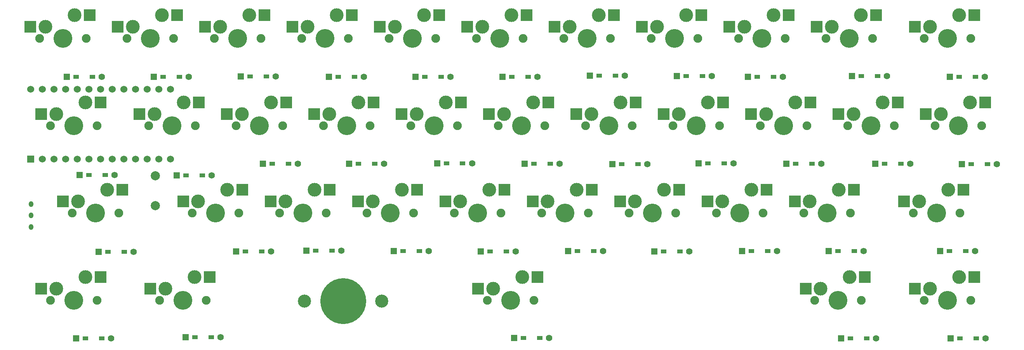
<source format=gbr>
%TF.GenerationSoftware,KiCad,Pcbnew,7.0.8*%
%TF.CreationDate,2024-10-24T11:53:26+09:00*%
%TF.ProjectId,cool337,636f6f6c-3333-4372-9e6b-696361645f70,rev?*%
%TF.SameCoordinates,Original*%
%TF.FileFunction,Soldermask,Bot*%
%TF.FilePolarity,Negative*%
%FSLAX46Y46*%
G04 Gerber Fmt 4.6, Leading zero omitted, Abs format (unit mm)*
G04 Created by KiCad (PCBNEW 7.0.8) date 2024-10-24 11:53:26*
%MOMM*%
%LPD*%
G01*
G04 APERTURE LIST*
%ADD10R,1.397000X1.397000*%
%ADD11R,1.300000X0.950000*%
%ADD12C,1.397000*%
%ADD13C,1.900000*%
%ADD14C,3.000000*%
%ADD15C,4.100000*%
%ADD16R,2.550000X2.500000*%
%ADD17C,2.850000*%
%ADD18C,10.000000*%
%ADD19C,2.000000*%
%ADD20O,1.000000X1.300000*%
%ADD21C,1.524000*%
%ADD22R,1.524000X1.524000*%
G04 APERTURE END LIST*
D10*
%TO.C,D6*%
X95910000Y-8330000D03*
D11*
X97945000Y-8330000D03*
X101495000Y-8330000D03*
D12*
X103530000Y-8330000D03*
%TD*%
D13*
%TO.C,SW35*%
X92551250Y-57150000D03*
D14*
X93821250Y-54610000D03*
D15*
X97631250Y-57150000D03*
D14*
X100171250Y-52070000D03*
D13*
X102711250Y-57150000D03*
D16*
X90546250Y-54610000D03*
X103473250Y-52070000D03*
%TD*%
D13*
%TO.C,SW22*%
X190182500Y-19050000D03*
D14*
X191452500Y-16510000D03*
D15*
X195262500Y-19050000D03*
D14*
X197802500Y-13970000D03*
D13*
X200342500Y-19050000D03*
D16*
X188177500Y-16510000D03*
X201104500Y-13970000D03*
%TD*%
D10*
%TO.C,D20*%
X157755000Y-27290000D03*
D11*
X159790000Y-27290000D03*
X163340000Y-27290000D03*
D12*
X165375000Y-27290000D03*
%TD*%
D13*
%TO.C,SW13*%
X18732500Y-19050000D03*
D14*
X20002500Y-16510000D03*
D15*
X23812500Y-19050000D03*
D14*
X26352500Y-13970000D03*
D13*
X28892500Y-19050000D03*
D16*
X16727500Y-16510000D03*
X29654500Y-13970000D03*
%TD*%
D13*
%TO.C,SW3*%
X33020000Y0D03*
D14*
X34290000Y2540000D03*
D15*
X38100000Y0D03*
D14*
X40640000Y5080000D03*
D13*
X43180000Y0D03*
D16*
X31015000Y2540000D03*
X43942000Y5080000D03*
%TD*%
D13*
%TO.C,SW1*%
X-5080000Y0D03*
D14*
X-3810000Y2540000D03*
D15*
X0Y0D03*
D14*
X2540000Y5080000D03*
D13*
X5080000Y0D03*
D16*
X-7085000Y2540000D03*
X5842000Y5080000D03*
%TD*%
D13*
%TO.C,SW19*%
X133032500Y-19050000D03*
D14*
X134302500Y-16510000D03*
D15*
X138112500Y-19050000D03*
D14*
X140652500Y-13970000D03*
D13*
X143192500Y-19050000D03*
D16*
X131027500Y-16510000D03*
X143954500Y-13970000D03*
%TD*%
D10*
%TO.C,D7*%
X114920000Y-8080000D03*
D11*
X116955000Y-8080000D03*
X120505000Y-8080000D03*
D12*
X122540000Y-8080000D03*
%TD*%
D10*
%TO.C,D31*%
X167010000Y-46320000D03*
D11*
X169045000Y-46320000D03*
X172595000Y-46320000D03*
D12*
X174630000Y-46320000D03*
%TD*%
D17*
%TO.C,BT1*%
X69580000Y-57260000D03*
X52680000Y-57260000D03*
D18*
X61130000Y-57260000D03*
%TD*%
D13*
%TO.C,SW10*%
X166370000Y0D03*
D14*
X167640000Y2540000D03*
D15*
X171450000Y0D03*
D14*
X173990000Y5080000D03*
D13*
X176530000Y0D03*
D16*
X164365000Y2540000D03*
X177292000Y5080000D03*
%TD*%
D13*
%TO.C,SW26*%
X66357500Y-38100000D03*
D14*
X67627500Y-35560000D03*
D15*
X71437500Y-38100000D03*
D14*
X73977500Y-33020000D03*
D13*
X76517500Y-38100000D03*
D16*
X64352500Y-35560000D03*
X77279500Y-33020000D03*
%TD*%
D13*
%TO.C,SW36*%
X163988750Y-57150000D03*
D14*
X165258750Y-54610000D03*
D15*
X169068750Y-57150000D03*
D14*
X171608750Y-52070000D03*
D13*
X174148750Y-57150000D03*
D16*
X161983750Y-54610000D03*
X174910750Y-52070000D03*
%TD*%
D10*
%TO.C,D8*%
X133930000Y-8200000D03*
D11*
X135965000Y-8200000D03*
X139515000Y-8200000D03*
D12*
X141550000Y-8200000D03*
%TD*%
D10*
%TO.C,D22*%
X196005000Y-27410000D03*
D11*
X198040000Y-27410000D03*
X201590000Y-27410000D03*
D12*
X203625000Y-27410000D03*
%TD*%
D10*
%TO.C,D34*%
X26825000Y-65170000D03*
D11*
X28860000Y-65170000D03*
X32410000Y-65170000D03*
D12*
X34445000Y-65170000D03*
%TD*%
D10*
%TO.C,D29*%
X129000000Y-46420000D03*
D11*
X131035000Y-46420000D03*
X134585000Y-46420000D03*
D12*
X136620000Y-46420000D03*
%TD*%
D13*
%TO.C,SW11*%
X187801250Y0D03*
D14*
X189071250Y2540000D03*
D15*
X192881250Y0D03*
D14*
X195421250Y5080000D03*
D13*
X197961250Y0D03*
D16*
X185796250Y2540000D03*
X198723250Y5080000D03*
%TD*%
D13*
%TO.C,SW29*%
X123507500Y-38100000D03*
D14*
X124777500Y-35560000D03*
D15*
X128587500Y-38100000D03*
D14*
X131127500Y-33020000D03*
D13*
X133667500Y-38100000D03*
D16*
X121502500Y-35560000D03*
X134429500Y-33020000D03*
%TD*%
D10*
%TO.C,D23*%
X7850000Y-46520000D03*
D11*
X9885000Y-46520000D03*
X13435000Y-46520000D03*
D12*
X15470000Y-46520000D03*
%TD*%
D13*
%TO.C,SW32*%
X185420000Y-38100000D03*
D14*
X186690000Y-35560000D03*
D15*
X190500000Y-38100000D03*
D14*
X193040000Y-33020000D03*
D13*
X195580000Y-38100000D03*
D16*
X183415000Y-35560000D03*
X196342000Y-33020000D03*
%TD*%
D19*
%TO.C,SW39*%
X20220000Y-29950000D03*
X20220000Y-36450000D03*
%TD*%
D13*
%TO.C,SW17*%
X94932500Y-19050000D03*
D14*
X96202500Y-16510000D03*
D15*
X100012500Y-19050000D03*
D14*
X102552500Y-13970000D03*
D13*
X105092500Y-19050000D03*
D16*
X92927500Y-16510000D03*
X105854500Y-13970000D03*
%TD*%
D10*
%TO.C,D24*%
X37810000Y-46460000D03*
D11*
X39845000Y-46460000D03*
X43395000Y-46460000D03*
D12*
X45430000Y-46460000D03*
%TD*%
D13*
%TO.C,SW15*%
X56832500Y-19050000D03*
D14*
X58102500Y-16510000D03*
D15*
X61912500Y-19050000D03*
D14*
X64452500Y-13970000D03*
D13*
X66992500Y-19050000D03*
D16*
X54827500Y-16510000D03*
X67754500Y-13970000D03*
%TD*%
D13*
%TO.C,SW31*%
X161607500Y-38100000D03*
D14*
X162877500Y-35560000D03*
D15*
X166687500Y-38100000D03*
D14*
X169227500Y-33020000D03*
D13*
X171767500Y-38100000D03*
D16*
X159602500Y-35560000D03*
X172529500Y-33020000D03*
%TD*%
D10*
%TO.C,D32*%
X191275000Y-46390000D03*
D11*
X193310000Y-46390000D03*
X196860000Y-46390000D03*
D12*
X198895000Y-46390000D03*
%TD*%
D13*
%TO.C,SW12*%
X-2698750Y-19050000D03*
D14*
X-1428750Y-16510000D03*
D15*
X2381250Y-19050000D03*
D14*
X4921250Y-13970000D03*
D13*
X7461250Y-19050000D03*
D16*
X-4703750Y-16510000D03*
X8223250Y-13970000D03*
%TD*%
D10*
%TO.C,D26*%
X72155000Y-46340000D03*
D11*
X74190000Y-46340000D03*
X77740000Y-46340000D03*
D12*
X79775000Y-46340000D03*
%TD*%
D10*
%TO.C,D15*%
X62425000Y-27330000D03*
D11*
X64460000Y-27330000D03*
X68010000Y-27330000D03*
D12*
X70045000Y-27330000D03*
%TD*%
D13*
%TO.C,SW9*%
X147320000Y0D03*
D14*
X148590000Y2540000D03*
D15*
X152400000Y0D03*
D14*
X154940000Y5080000D03*
D13*
X157480000Y0D03*
D16*
X145315000Y2540000D03*
X158242000Y5080000D03*
%TD*%
D10*
%TO.C,D2*%
X19845000Y-8330000D03*
D11*
X21880000Y-8330000D03*
X25430000Y-8330000D03*
D12*
X27465000Y-8330000D03*
%TD*%
D13*
%TO.C,SW8*%
X128270000Y0D03*
D14*
X129540000Y2540000D03*
D15*
X133350000Y0D03*
D14*
X135890000Y5080000D03*
D13*
X138430000Y0D03*
D16*
X126265000Y2540000D03*
X139192000Y5080000D03*
%TD*%
D13*
%TO.C,SW30*%
X142557500Y-38100000D03*
D14*
X143827500Y-35560000D03*
D15*
X147637500Y-38100000D03*
D14*
X150177500Y-33020000D03*
D13*
X152717500Y-38100000D03*
D16*
X140552500Y-35560000D03*
X153479500Y-33020000D03*
%TD*%
D10*
%TO.C,D12*%
X3660000Y-29750000D03*
D11*
X5695000Y-29750000D03*
X9245000Y-29750000D03*
D12*
X11280000Y-29750000D03*
%TD*%
D13*
%TO.C,SW25*%
X47307500Y-38100000D03*
D14*
X48577500Y-35560000D03*
D15*
X52387500Y-38100000D03*
D14*
X54927500Y-33020000D03*
D13*
X57467500Y-38100000D03*
D16*
X45302500Y-35560000D03*
X58229500Y-33020000D03*
%TD*%
D13*
%TO.C,SW34*%
X21113750Y-57150000D03*
D14*
X22383750Y-54610000D03*
D15*
X26193750Y-57150000D03*
D14*
X28733750Y-52070000D03*
D13*
X31273750Y-57150000D03*
D16*
X19108750Y-54610000D03*
X32035750Y-52070000D03*
%TD*%
D10*
%TO.C,D36*%
X169740000Y-65420000D03*
D11*
X171775000Y-65420000D03*
X175325000Y-65420000D03*
D12*
X177360000Y-65420000D03*
%TD*%
D20*
%TO.C,SW38*%
X-6910000Y-41100000D03*
X-6910000Y-38600000D03*
X-6910000Y-36100000D03*
%TD*%
D10*
%TO.C,D25*%
X53150000Y-46280000D03*
D11*
X55185000Y-46280000D03*
X58735000Y-46280000D03*
D12*
X60770000Y-46280000D03*
%TD*%
D13*
%TO.C,SW23*%
X2063750Y-38100000D03*
D14*
X3333750Y-35560000D03*
D15*
X7143750Y-38100000D03*
D14*
X9683750Y-33020000D03*
D13*
X12223750Y-38100000D03*
D16*
X58750Y-35560000D03*
X12985750Y-33020000D03*
%TD*%
D10*
%TO.C,D3*%
X38800000Y-8240000D03*
D11*
X40835000Y-8240000D03*
X44385000Y-8240000D03*
D12*
X46420000Y-8240000D03*
%TD*%
D10*
%TO.C,D10*%
X172110000Y-8140000D03*
D11*
X174145000Y-8140000D03*
X177695000Y-8140000D03*
D12*
X179730000Y-8140000D03*
%TD*%
D21*
%TO.C,U1*%
X-4420000Y-11088600D03*
X-1880000Y-11088600D03*
X660000Y-11088600D03*
X3200000Y-11088600D03*
X5740000Y-11088600D03*
X8280000Y-11088600D03*
X10820000Y-11088600D03*
X13360000Y-11088600D03*
X15900000Y-11088600D03*
X18440000Y-11088600D03*
X20980000Y-11088600D03*
X23520000Y-11088600D03*
X23520000Y-26308600D03*
X20980000Y-26308600D03*
X18440000Y-26308600D03*
X15900000Y-26308600D03*
X13360000Y-26308600D03*
X10820000Y-26308600D03*
X8280000Y-26308600D03*
X5740000Y-26308600D03*
X3200000Y-26308600D03*
X660000Y-26308600D03*
X-1880000Y-26308600D03*
X-4420000Y-26308600D03*
D22*
X-6960000Y-26308600D03*
D21*
X-6960000Y-11088600D03*
%TD*%
D10*
%TO.C,D35*%
X98460000Y-65360000D03*
D11*
X100495000Y-65360000D03*
X104045000Y-65360000D03*
D12*
X106080000Y-65360000D03*
%TD*%
D13*
%TO.C,SW4*%
X52070000Y0D03*
D14*
X53340000Y2540000D03*
D15*
X57150000Y0D03*
D14*
X59690000Y5080000D03*
D13*
X62230000Y0D03*
D16*
X50065000Y2540000D03*
X62992000Y5080000D03*
%TD*%
D10*
%TO.C,D5*%
X76910000Y-8360000D03*
D11*
X78945000Y-8360000D03*
X82495000Y-8360000D03*
D12*
X84530000Y-8360000D03*
%TD*%
D10*
%TO.C,D30*%
X148120000Y-46370000D03*
D11*
X150155000Y-46370000D03*
X153705000Y-46370000D03*
D12*
X155740000Y-46370000D03*
%TD*%
D10*
%TO.C,D1*%
X920000Y-8330000D03*
D11*
X2955000Y-8330000D03*
X6505000Y-8330000D03*
D12*
X8540000Y-8330000D03*
%TD*%
D10*
%TO.C,D19*%
X138615000Y-27260000D03*
D11*
X140650000Y-27260000D03*
X144200000Y-27260000D03*
D12*
X146235000Y-27260000D03*
%TD*%
D10*
%TO.C,D18*%
X119835000Y-27350000D03*
D11*
X121870000Y-27350000D03*
X125420000Y-27350000D03*
D12*
X127455000Y-27350000D03*
%TD*%
D10*
%TO.C,D14*%
X43635000Y-27340000D03*
D11*
X45670000Y-27340000D03*
X49220000Y-27340000D03*
D12*
X51255000Y-27340000D03*
%TD*%
D13*
%TO.C,SW2*%
X13970000Y0D03*
D14*
X15240000Y2540000D03*
D15*
X19050000Y0D03*
D14*
X21590000Y5080000D03*
D13*
X24130000Y0D03*
D16*
X11965000Y2540000D03*
X24892000Y5080000D03*
%TD*%
D13*
%TO.C,SW21*%
X171132500Y-19050000D03*
D14*
X172402500Y-16510000D03*
D15*
X176212500Y-19050000D03*
D14*
X178752500Y-13970000D03*
D13*
X181292500Y-19050000D03*
D16*
X169127500Y-16510000D03*
X182054500Y-13970000D03*
%TD*%
D10*
%TO.C,D13*%
X24880000Y-29880000D03*
D11*
X26915000Y-29880000D03*
X30465000Y-29880000D03*
D12*
X32500000Y-29880000D03*
%TD*%
D10*
%TO.C,D37*%
X193555000Y-65370000D03*
D11*
X195590000Y-65370000D03*
X199140000Y-65370000D03*
D12*
X201175000Y-65370000D03*
%TD*%
D10*
%TO.C,D9*%
X149420000Y-8350000D03*
D11*
X151455000Y-8350000D03*
X155005000Y-8350000D03*
D12*
X157040000Y-8350000D03*
%TD*%
D13*
%TO.C,SW37*%
X187801250Y-57150000D03*
D14*
X189071250Y-54610000D03*
D15*
X192881250Y-57150000D03*
D14*
X195421250Y-52070000D03*
D13*
X197961250Y-57150000D03*
D16*
X185796250Y-54610000D03*
X198723250Y-52070000D03*
%TD*%
D10*
%TO.C,D4*%
X58040000Y-8310000D03*
D11*
X60075000Y-8310000D03*
X63625000Y-8310000D03*
D12*
X65660000Y-8310000D03*
%TD*%
D13*
%TO.C,SW6*%
X90170000Y0D03*
D14*
X91440000Y2540000D03*
D15*
X95250000Y0D03*
D14*
X97790000Y5080000D03*
D13*
X100330000Y0D03*
D16*
X88165000Y2540000D03*
X101092000Y5080000D03*
%TD*%
D10*
%TO.C,D33*%
X2925000Y-65430000D03*
D11*
X4960000Y-65430000D03*
X8510000Y-65430000D03*
D12*
X10545000Y-65430000D03*
%TD*%
D13*
%TO.C,SW20*%
X152082500Y-19050000D03*
D14*
X153352500Y-16510000D03*
D15*
X157162500Y-19050000D03*
D14*
X159702500Y-13970000D03*
D13*
X162242500Y-19050000D03*
D16*
X150077500Y-16510000D03*
X163004500Y-13970000D03*
%TD*%
D13*
%TO.C,SW14*%
X37782500Y-19050000D03*
D14*
X39052500Y-16510000D03*
D15*
X42862500Y-19050000D03*
D14*
X45402500Y-13970000D03*
D13*
X47942500Y-19050000D03*
D16*
X35777500Y-16510000D03*
X48704500Y-13970000D03*
%TD*%
D13*
%TO.C,SW5*%
X71120000Y0D03*
D14*
X72390000Y2540000D03*
D15*
X76200000Y0D03*
D14*
X78740000Y5080000D03*
D13*
X81280000Y0D03*
D16*
X69115000Y2540000D03*
X82042000Y5080000D03*
%TD*%
D13*
%TO.C,SW16*%
X75882500Y-19050000D03*
D14*
X77152500Y-16510000D03*
D15*
X80962500Y-19050000D03*
D14*
X83502500Y-13970000D03*
D13*
X86042500Y-19050000D03*
D16*
X73877500Y-16510000D03*
X86804500Y-13970000D03*
%TD*%
D13*
%TO.C,SW18*%
X113982500Y-19050000D03*
D14*
X115252500Y-16510000D03*
D15*
X119062500Y-19050000D03*
D14*
X121602500Y-13970000D03*
D13*
X124142500Y-19050000D03*
D16*
X111977500Y-16510000D03*
X124904500Y-13970000D03*
%TD*%
D10*
%TO.C,D11*%
X193420000Y-8340000D03*
D11*
X195455000Y-8340000D03*
X199005000Y-8340000D03*
D12*
X201040000Y-8340000D03*
%TD*%
D13*
%TO.C,SW27*%
X85407500Y-38100000D03*
D14*
X86677500Y-35560000D03*
D15*
X90487500Y-38100000D03*
D14*
X93027500Y-33020000D03*
D13*
X95567500Y-38100000D03*
D16*
X83402500Y-35560000D03*
X96329500Y-33020000D03*
%TD*%
D10*
%TO.C,D17*%
X100705000Y-27320000D03*
D11*
X102740000Y-27320000D03*
X106290000Y-27320000D03*
D12*
X108325000Y-27320000D03*
%TD*%
D10*
%TO.C,D27*%
X91155000Y-46470000D03*
D11*
X93190000Y-46470000D03*
X96740000Y-46470000D03*
D12*
X98775000Y-46470000D03*
%TD*%
D13*
%TO.C,SW28*%
X104457500Y-38100000D03*
D14*
X105727500Y-35560000D03*
D15*
X109537500Y-38100000D03*
D14*
X112077500Y-33020000D03*
D13*
X114617500Y-38100000D03*
D16*
X102452500Y-35560000D03*
X115379500Y-33020000D03*
%TD*%
D13*
%TO.C,SW33*%
X-2698750Y-57150000D03*
D14*
X-1428750Y-54610000D03*
D15*
X2381250Y-57150000D03*
D14*
X4921250Y-52070000D03*
D13*
X7461250Y-57150000D03*
D16*
X-4703750Y-54610000D03*
X8223250Y-52070000D03*
%TD*%
D10*
%TO.C,D16*%
X81615000Y-27190000D03*
D11*
X83650000Y-27190000D03*
X87200000Y-27190000D03*
D12*
X89235000Y-27190000D03*
%TD*%
D13*
%TO.C,SW7*%
X109220000Y0D03*
D14*
X110490000Y2540000D03*
D15*
X114300000Y0D03*
D14*
X116840000Y5080000D03*
D13*
X119380000Y0D03*
D16*
X107215000Y2540000D03*
X120142000Y5080000D03*
%TD*%
D10*
%TO.C,D21*%
X177195000Y-27280000D03*
D11*
X179230000Y-27280000D03*
X182780000Y-27280000D03*
D12*
X184815000Y-27280000D03*
%TD*%
D10*
%TO.C,D28*%
X110185000Y-46360000D03*
D11*
X112220000Y-46360000D03*
X115770000Y-46360000D03*
D12*
X117805000Y-46360000D03*
%TD*%
D13*
%TO.C,SW24*%
X28257500Y-38100000D03*
D14*
X29527500Y-35560000D03*
D15*
X33337500Y-38100000D03*
D14*
X35877500Y-33020000D03*
D13*
X38417500Y-38100000D03*
D16*
X26252500Y-35560000D03*
X39179500Y-33020000D03*
%TD*%
M02*

</source>
